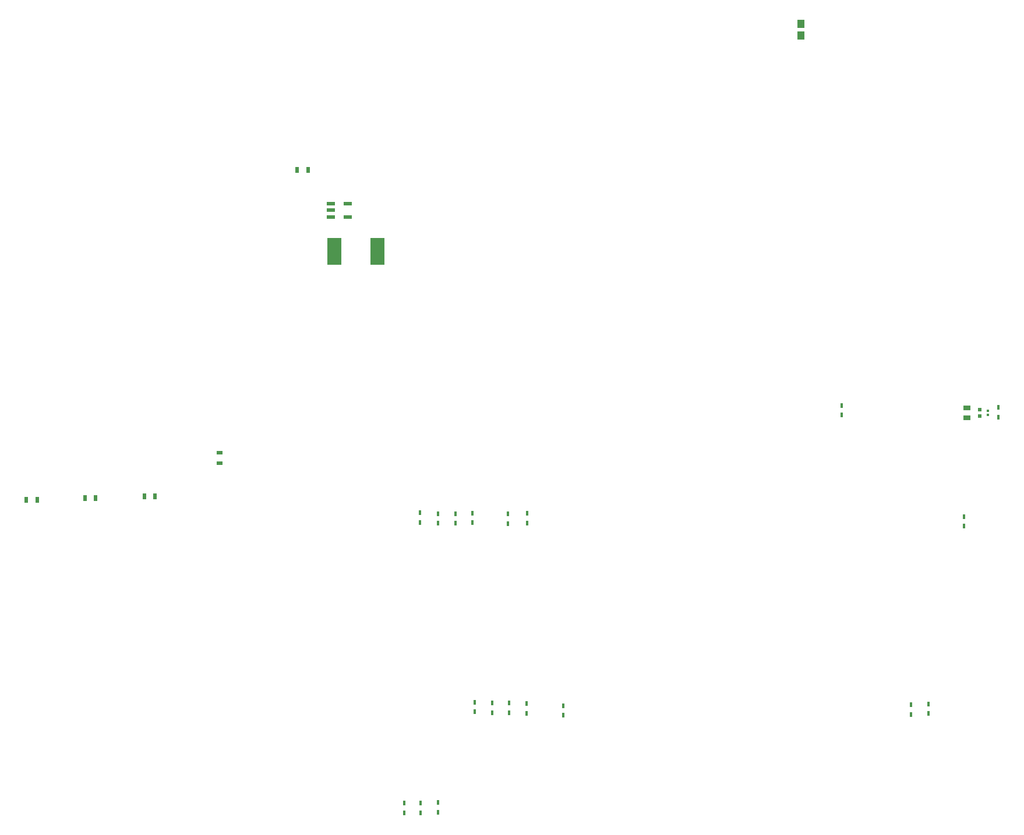
<source format=gtp>
G04*
G04 #@! TF.GenerationSoftware,Altium Limited,Altium Designer,20.0.13 (296)*
G04*
G04 Layer_Color=8421504*
%FSLAX24Y24*%
%MOIN*%
G70*
G01*
G75*
%ADD16R,0.0213X0.0370*%
%ADD17R,0.0472X0.0236*%
%ADD18R,0.0433X0.0492*%
%ADD19R,0.0157X0.0287*%
%ADD20R,0.0370X0.0213*%
%ADD21R,0.0386X0.0307*%
%ADD22R,0.0165X0.0181*%
%ADD23R,0.0244X0.0236*%
%ADD24R,0.0827X0.1575*%
D16*
X19265Y38950D02*
D03*
X18635D02*
D03*
X3135Y20050D02*
D03*
X3765D02*
D03*
X6485Y20150D02*
D03*
X7115D02*
D03*
X9885Y20250D02*
D03*
X10515D02*
D03*
D17*
X21542Y37024D02*
D03*
Y36276D02*
D03*
X20558D02*
D03*
Y36650D02*
D03*
Y37024D02*
D03*
D18*
X47450Y46665D02*
D03*
Y47335D02*
D03*
D19*
X49800Y25476D02*
D03*
Y24924D02*
D03*
X58750Y25351D02*
D03*
Y24800D02*
D03*
X31800Y18749D02*
D03*
Y19300D02*
D03*
X30700Y18699D02*
D03*
Y19250D02*
D03*
X56800Y18550D02*
D03*
Y19101D02*
D03*
X28650Y18750D02*
D03*
Y19301D02*
D03*
X27700Y18724D02*
D03*
Y19276D02*
D03*
X26700Y18724D02*
D03*
Y19276D02*
D03*
X25650Y18774D02*
D03*
Y19326D02*
D03*
X26700Y2174D02*
D03*
Y2726D02*
D03*
X25700Y2149D02*
D03*
Y2700D02*
D03*
X24750D02*
D03*
Y2149D02*
D03*
X28800Y7924D02*
D03*
Y8476D02*
D03*
X29800Y7874D02*
D03*
Y8426D02*
D03*
X30750Y7874D02*
D03*
Y8426D02*
D03*
X31750Y7849D02*
D03*
Y8400D02*
D03*
X33850Y7724D02*
D03*
Y8276D02*
D03*
X54750Y7824D02*
D03*
Y8376D02*
D03*
X53750Y7774D02*
D03*
Y8326D02*
D03*
D20*
X14200Y22780D02*
D03*
Y22150D02*
D03*
D21*
X56950Y25326D02*
D03*
Y24774D02*
D03*
D22*
X58150Y24920D02*
D03*
Y25180D02*
D03*
D23*
X57700Y24869D02*
D03*
Y25231D02*
D03*
D24*
X23220Y34300D02*
D03*
X20780D02*
D03*
M02*

</source>
